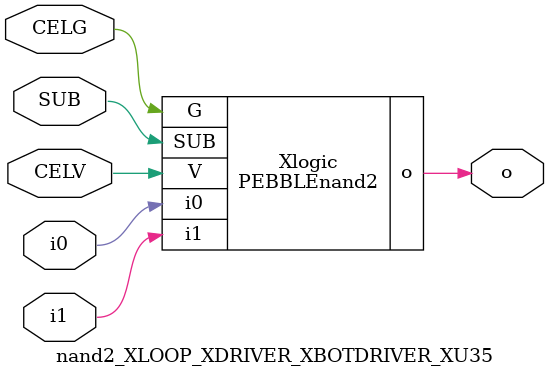
<source format=v>



module PEBBLEnand2 ( o, G, SUB, V, i0, i1 );

  input i0;
  input V;
  input i1;
  input G;
  output o;
  input SUB;
endmodule

//Celera Confidential Do Not Copy nand2_XLOOP_XDRIVER_XBOTDRIVER_XU35
//Celera Confidential Symbol Generator
//5V NAND2
module nand2_XLOOP_XDRIVER_XBOTDRIVER_XU35 (CELV,CELG,i0,i1,o,SUB);
input CELV;
input CELG;
input i0;
input i1;
input SUB;
output o;

//Celera Confidential Do Not Copy nand2
PEBBLEnand2 Xlogic(
.V (CELV),
.i0 (i0),
.i1 (i1),
.o (o),
.SUB (SUB),
.G (CELG)
);
//,diesize,PEBBLEnand2

//Celera Confidential Do Not Copy Module End
//Celera Schematic Generator
endmodule

</source>
